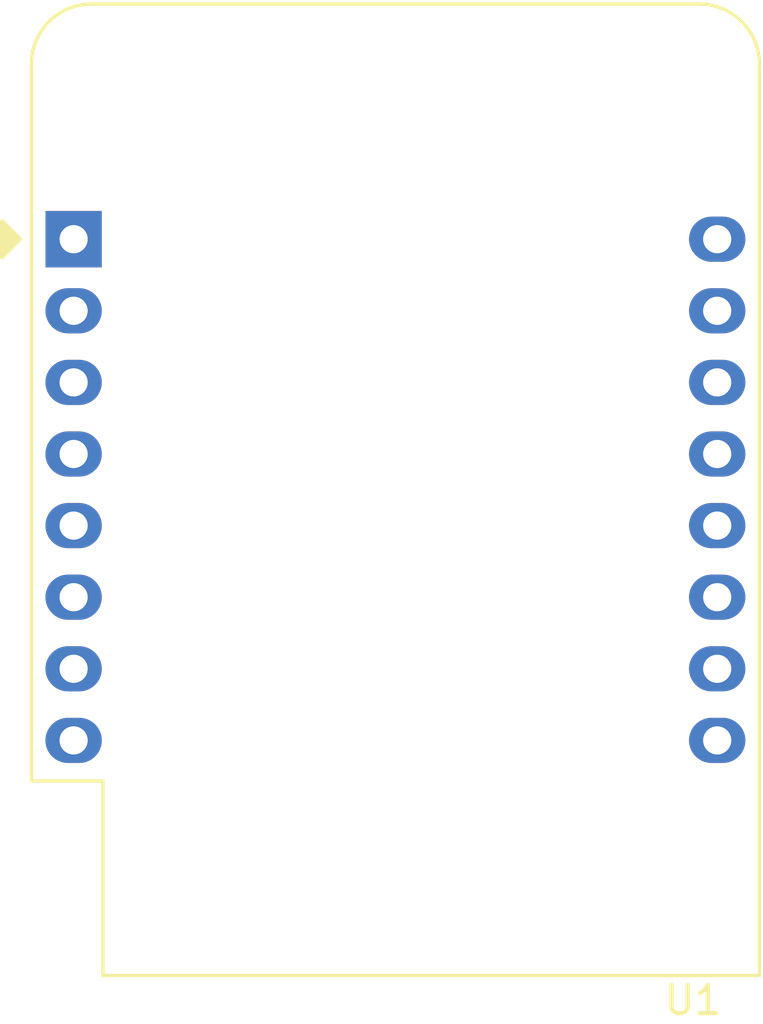
<source format=kicad_pcb>
(kicad_pcb (version 20171130) (host pcbnew "(5.1.0)-1")

  (general
    (thickness 1.6)
    (drawings 0)
    (tracks 0)
    (zones 0)
    (modules 1)
    (nets 17)
  )

  (page A4)
  (layers
    (0 F.Cu signal)
    (31 B.Cu signal)
    (32 B.Adhes user)
    (33 F.Adhes user)
    (34 B.Paste user)
    (35 F.Paste user)
    (36 B.SilkS user)
    (37 F.SilkS user)
    (38 B.Mask user)
    (39 F.Mask user)
    (40 Dwgs.User user)
    (41 Cmts.User user)
    (42 Eco1.User user)
    (43 Eco2.User user)
    (44 Edge.Cuts user)
    (45 Margin user)
    (46 B.CrtYd user)
    (47 F.CrtYd user)
    (48 B.Fab user)
    (49 F.Fab user)
  )

  (setup
    (last_trace_width 0.25)
    (trace_clearance 0.2)
    (zone_clearance 0.508)
    (zone_45_only no)
    (trace_min 0.2)
    (via_size 0.8)
    (via_drill 0.4)
    (via_min_size 0.4)
    (via_min_drill 0.3)
    (uvia_size 0.3)
    (uvia_drill 0.1)
    (uvias_allowed no)
    (uvia_min_size 0.2)
    (uvia_min_drill 0.1)
    (edge_width 0.05)
    (segment_width 0.2)
    (pcb_text_width 0.3)
    (pcb_text_size 1.5 1.5)
    (mod_edge_width 0.12)
    (mod_text_size 1 1)
    (mod_text_width 0.15)
    (pad_size 1.524 1.524)
    (pad_drill 0.762)
    (pad_to_mask_clearance 0.051)
    (solder_mask_min_width 0.25)
    (aux_axis_origin 0 0)
    (visible_elements 7FFFFFFF)
    (pcbplotparams
      (layerselection 0x010fc_ffffffff)
      (usegerberextensions false)
      (usegerberattributes false)
      (usegerberadvancedattributes false)
      (creategerberjobfile false)
      (excludeedgelayer true)
      (linewidth 0.100000)
      (plotframeref false)
      (viasonmask false)
      (mode 1)
      (useauxorigin false)
      (hpglpennumber 1)
      (hpglpenspeed 20)
      (hpglpendiameter 15.000000)
      (psnegative false)
      (psa4output false)
      (plotreference true)
      (plotvalue true)
      (plotinvisibletext false)
      (padsonsilk false)
      (subtractmaskfromsilk false)
      (outputformat 1)
      (mirror false)
      (drillshape 1)
      (scaleselection 1)
      (outputdirectory ""))
  )

  (net 0 "")
  (net 1 "Net-(U1-Pad2)")
  (net 2 "Net-(U1-Pad1)")
  (net 3 "Net-(U1-Pad3)")
  (net 4 "Net-(U1-Pad4)")
  (net 5 "Net-(U1-Pad5)")
  (net 6 "Net-(U1-Pad6)")
  (net 7 "Net-(U1-Pad7)")
  (net 8 "Net-(U1-Pad8)")
  (net 9 "Net-(U1-Pad9)")
  (net 10 "Net-(U1-Pad10)")
  (net 11 "Net-(U1-Pad11)")
  (net 12 "Net-(U1-Pad12)")
  (net 13 "Net-(U1-Pad13)")
  (net 14 "Net-(U1-Pad14)")
  (net 15 "Net-(U1-Pad15)")
  (net 16 "Net-(U1-Pad16)")

  (net_class Default "This is the default net class."
    (clearance 0.2)
    (trace_width 0.25)
    (via_dia 0.8)
    (via_drill 0.4)
    (uvia_dia 0.3)
    (uvia_drill 0.1)
    (add_net "Net-(U1-Pad1)")
    (add_net "Net-(U1-Pad10)")
    (add_net "Net-(U1-Pad11)")
    (add_net "Net-(U1-Pad12)")
    (add_net "Net-(U1-Pad13)")
    (add_net "Net-(U1-Pad14)")
    (add_net "Net-(U1-Pad15)")
    (add_net "Net-(U1-Pad16)")
    (add_net "Net-(U1-Pad2)")
    (add_net "Net-(U1-Pad3)")
    (add_net "Net-(U1-Pad4)")
    (add_net "Net-(U1-Pad5)")
    (add_net "Net-(U1-Pad6)")
    (add_net "Net-(U1-Pad7)")
    (add_net "Net-(U1-Pad8)")
    (add_net "Net-(U1-Pad9)")
  )

  (module Module:WEMOS_D1_mini_light (layer F.Cu) (tedit 5BBFB1CE) (tstamp 5CA8BB0F)
    (at 91.7956 136.2964)
    (descr "16-pin module, column spacing 22.86 mm (900 mils), https://wiki.wemos.cc/products:d1:d1_mini, https://c1.staticflickr.com/1/734/31400410271_f278b087db_z.jpg")
    (tags "ESP8266 WiFi microcontroller")
    (path /5CA8B511)
    (fp_text reference U1 (at 22 27) (layer F.SilkS)
      (effects (font (size 1 1) (thickness 0.15)))
    )
    (fp_text value WeMos_D1_mini (at 11.7 0) (layer F.Fab)
      (effects (font (size 1 1) (thickness 0.15)))
    )
    (fp_line (start 1.04 26.12) (end 24.36 26.12) (layer F.SilkS) (width 0.12))
    (fp_line (start -1.5 19.22) (end -1.5 -6.21) (layer F.SilkS) (width 0.12))
    (fp_line (start 24.36 26.12) (end 24.36 -6.21) (layer F.SilkS) (width 0.12))
    (fp_line (start 22.24 -8.34) (end 0.63 -8.34) (layer F.SilkS) (width 0.12))
    (fp_line (start 1.17 25.99) (end 24.23 25.99) (layer F.Fab) (width 0.1))
    (fp_line (start 24.23 25.99) (end 24.23 -6.21) (layer F.Fab) (width 0.1))
    (fp_line (start 22.23 -8.21) (end 0.63 -8.21) (layer F.Fab) (width 0.1))
    (fp_line (start -1.37 1) (end -1.37 19.09) (layer F.Fab) (width 0.1))
    (fp_text user %R (at 11.43 10) (layer F.Fab)
      (effects (font (size 1 1) (thickness 0.15)))
    )
    (fp_line (start -1.62 -8.46) (end 24.48 -8.46) (layer F.CrtYd) (width 0.05))
    (fp_line (start 24.48 -8.41) (end 24.48 26.24) (layer F.CrtYd) (width 0.05))
    (fp_line (start 24.48 26.24) (end -1.62 26.24) (layer F.CrtYd) (width 0.05))
    (fp_line (start -1.62 26.24) (end -1.62 -8.46) (layer F.CrtYd) (width 0.05))
    (fp_poly (pts (xy -2.54 -0.635) (xy -2.54 0.635) (xy -1.905 0)) (layer F.SilkS) (width 0.15))
    (fp_line (start -1.35 -1.4) (end 24.25 -1.4) (layer Dwgs.User) (width 0.1))
    (fp_line (start 24.25 -1.4) (end 24.25 -8.2) (layer Dwgs.User) (width 0.1))
    (fp_line (start 24.25 -8.2) (end -1.35 -8.2) (layer Dwgs.User) (width 0.1))
    (fp_line (start -1.35 -8.2) (end -1.35 -1.4) (layer Dwgs.User) (width 0.1))
    (fp_line (start -1.35 -1.4) (end 5.45 -8.2) (layer Dwgs.User) (width 0.1))
    (fp_line (start 0.65 -1.4) (end 7.45 -8.2) (layer Dwgs.User) (width 0.1))
    (fp_line (start 2.65 -1.4) (end 9.45 -8.2) (layer Dwgs.User) (width 0.1))
    (fp_line (start 4.65 -1.4) (end 11.45 -8.2) (layer Dwgs.User) (width 0.1))
    (fp_line (start 6.65 -1.4) (end 13.45 -8.2) (layer Dwgs.User) (width 0.1))
    (fp_line (start 8.65 -1.4) (end 15.45 -8.2) (layer Dwgs.User) (width 0.1))
    (fp_line (start 10.65 -1.4) (end 17.45 -8.2) (layer Dwgs.User) (width 0.1))
    (fp_line (start 12.65 -1.4) (end 19.45 -8.2) (layer Dwgs.User) (width 0.1))
    (fp_line (start 14.65 -1.4) (end 21.45 -8.2) (layer Dwgs.User) (width 0.1))
    (fp_line (start 16.65 -1.4) (end 23.45 -8.2) (layer Dwgs.User) (width 0.1))
    (fp_line (start 18.65 -1.4) (end 24.25 -7) (layer Dwgs.User) (width 0.1))
    (fp_line (start 20.65 -1.4) (end 24.25 -5) (layer Dwgs.User) (width 0.1))
    (fp_line (start 22.65 -1.4) (end 24.25 -3) (layer Dwgs.User) (width 0.1))
    (fp_line (start -1.35 -3.4) (end 3.45 -8.2) (layer Dwgs.User) (width 0.1))
    (fp_line (start -1.3 -5.45) (end 1.45 -8.2) (layer Dwgs.User) (width 0.1))
    (fp_line (start -1.35 -7.4) (end -0.55 -8.2) (layer Dwgs.User) (width 0.1))
    (fp_line (start -1.37 19.09) (end 1.17 19.09) (layer F.Fab) (width 0.1))
    (fp_line (start 1.17 19.09) (end 1.17 25.99) (layer F.Fab) (width 0.1))
    (fp_line (start -1.37 -6.21) (end -1.37 -1) (layer F.Fab) (width 0.1))
    (fp_line (start -1.37 1) (end -0.37 0) (layer F.Fab) (width 0.1))
    (fp_line (start -0.37 0) (end -1.37 -1) (layer F.Fab) (width 0.1))
    (fp_arc (start 0.63 -6.21) (end 0.63 -8.21) (angle -90) (layer F.Fab) (width 0.1))
    (fp_arc (start 22.23 -6.21) (end 24.23 -6.19) (angle -90) (layer F.Fab) (width 0.1))
    (fp_line (start -1.5 19.22) (end 1.04 19.22) (layer F.SilkS) (width 0.12))
    (fp_line (start 1.04 19.22) (end 1.04 26.12) (layer F.SilkS) (width 0.12))
    (fp_arc (start 0.63 -6.21) (end 0.63 -8.34) (angle -90) (layer F.SilkS) (width 0.12))
    (fp_arc (start 22.23 -6.21) (end 24.36 -6.21) (angle -90) (layer F.SilkS) (width 0.12))
    (fp_text user "KEEP OUT" (at 11.43 -6.35) (layer Cmts.User)
      (effects (font (size 1 1) (thickness 0.15)))
    )
    (fp_text user "No copper" (at 11.43 -3.81) (layer Cmts.User)
      (effects (font (size 1 1) (thickness 0.15)))
    )
    (pad 2 thru_hole oval (at 0 2.54) (size 2 1.6) (drill 1) (layers *.Cu *.Mask)
      (net 1 "Net-(U1-Pad2)"))
    (pad 1 thru_hole rect (at 0 0) (size 2 2) (drill 1) (layers *.Cu *.Mask)
      (net 2 "Net-(U1-Pad1)"))
    (pad 3 thru_hole oval (at 0 5.08) (size 2 1.6) (drill 1) (layers *.Cu *.Mask)
      (net 3 "Net-(U1-Pad3)"))
    (pad 4 thru_hole oval (at 0 7.62) (size 2 1.6) (drill 1) (layers *.Cu *.Mask)
      (net 4 "Net-(U1-Pad4)"))
    (pad 5 thru_hole oval (at 0 10.16) (size 2 1.6) (drill 1) (layers *.Cu *.Mask)
      (net 5 "Net-(U1-Pad5)"))
    (pad 6 thru_hole oval (at 0 12.7) (size 2 1.6) (drill 1) (layers *.Cu *.Mask)
      (net 6 "Net-(U1-Pad6)"))
    (pad 7 thru_hole oval (at 0 15.24) (size 2 1.6) (drill 1) (layers *.Cu *.Mask)
      (net 7 "Net-(U1-Pad7)"))
    (pad 8 thru_hole oval (at 0 17.78) (size 2 1.6) (drill 1) (layers *.Cu *.Mask)
      (net 8 "Net-(U1-Pad8)"))
    (pad 9 thru_hole oval (at 22.86 17.78) (size 2 1.6) (drill 1) (layers *.Cu *.Mask)
      (net 9 "Net-(U1-Pad9)"))
    (pad 10 thru_hole oval (at 22.86 15.24) (size 2 1.6) (drill 1) (layers *.Cu *.Mask)
      (net 10 "Net-(U1-Pad10)"))
    (pad 11 thru_hole oval (at 22.86 12.7) (size 2 1.6) (drill 1) (layers *.Cu *.Mask)
      (net 11 "Net-(U1-Pad11)"))
    (pad 12 thru_hole oval (at 22.86 10.16) (size 2 1.6) (drill 1) (layers *.Cu *.Mask)
      (net 12 "Net-(U1-Pad12)"))
    (pad 13 thru_hole oval (at 22.86 7.62) (size 2 1.6) (drill 1) (layers *.Cu *.Mask)
      (net 13 "Net-(U1-Pad13)"))
    (pad 14 thru_hole oval (at 22.86 5.08) (size 2 1.6) (drill 1) (layers *.Cu *.Mask)
      (net 14 "Net-(U1-Pad14)"))
    (pad 15 thru_hole oval (at 22.86 2.54) (size 2 1.6) (drill 1) (layers *.Cu *.Mask)
      (net 15 "Net-(U1-Pad15)"))
    (pad 16 thru_hole oval (at 22.86 0) (size 2 1.6) (drill 1) (layers *.Cu *.Mask)
      (net 16 "Net-(U1-Pad16)"))
    (model ${KISYS3DMOD}/Module.3dshapes/WEMOS_D1_mini_light.wrl
      (at (xyz 0 0 0))
      (scale (xyz 1 1 1))
      (rotate (xyz 0 0 0))
    )
    (model ${KISYS3DMOD}/Connector_PinHeader_2.54mm.3dshapes/PinHeader_1x08_P2.54mm_Vertical.wrl
      (offset (xyz 0 0 9.5))
      (scale (xyz 1 1 1))
      (rotate (xyz 0 -180 0))
    )
    (model ${KISYS3DMOD}/Connector_PinHeader_2.54mm.3dshapes/PinHeader_1x08_P2.54mm_Vertical.wrl
      (offset (xyz 22.86 0 9.5))
      (scale (xyz 1 1 1))
      (rotate (xyz 0 -180 0))
    )
    (model ${KISYS3DMOD}/Connector_PinSocket_2.54mm.3dshapes/PinSocket_1x08_P2.54mm_Vertical.wrl
      (at (xyz 0 0 0))
      (scale (xyz 1 1 1))
      (rotate (xyz 0 0 0))
    )
    (model ${KISYS3DMOD}/Connector_PinSocket_2.54mm.3dshapes/PinSocket_1x08_P2.54mm_Vertical.wrl
      (offset (xyz 22.86 0 0))
      (scale (xyz 1 1 1))
      (rotate (xyz 0 0 0))
    )
  )

)

</source>
